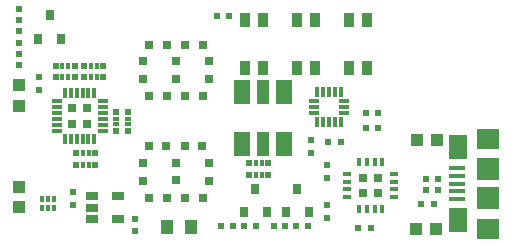
<source format=gbr>
G04 #@! TF.GenerationSoftware,KiCad,Pcbnew,(5.1.0-218-ge90452d)*
G04 #@! TF.CreationDate,2019-04-22T23:25:45-07:00*
G04 #@! TF.ProjectId,baconbits,6261636f-6e62-4697-9473-2e6b69636164,rev?*
G04 #@! TF.SameCoordinates,Original*
G04 #@! TF.FileFunction,Paste,Top*
G04 #@! TF.FilePolarity,Positive*
%FSLAX46Y46*%
G04 Gerber Fmt 4.6, Leading zero omitted, Abs format (unit mm)*
G04 Created by KiCad (PCBNEW (5.1.0-218-ge90452d)) date 2019-04-22 23:25:45*
%MOMM*%
%LPD*%
G04 APERTURE LIST*
%ADD10R,1.000000X1.250000*%
%ADD11R,0.599440X0.497840*%
%ADD12R,1.060000X0.650000*%
%ADD13R,1.400000X2.000000*%
%ADD14R,1.000000X2.000000*%
%ADD15R,0.899160X1.198880*%
%ADD16R,0.305000X0.813000*%
%ADD17R,0.813000X0.305000*%
%ADD18R,0.600000X0.500000*%
%ADD19R,0.500000X0.600000*%
%ADD20R,0.800000X0.350000*%
%ADD21R,0.350000X0.800000*%
%ADD22R,0.750000X0.750000*%
%ADD23R,0.797560X0.797560*%
%ADD24R,0.497840X0.599440*%
%ADD25R,0.998220X1.099820*%
%ADD26R,1.099820X0.998220*%
%ADD27R,0.497840X0.497840*%
%ADD28R,0.299720X0.497840*%
%ADD29R,0.497840X0.299720*%
%ADD30R,0.300000X0.850000*%
%ADD31R,0.850000X0.300000*%
%ADD32R,0.780000X0.780000*%
%ADD33R,1.899920X1.798320*%
%ADD34R,1.899920X1.899920*%
%ADD35R,1.597660X2.098040*%
%ADD36R,1.348740X0.398780*%
%ADD37R,0.299720X0.518160*%
%ADD38R,0.299720X0.487680*%
%ADD39R,0.800000X0.900000*%
G04 APERTURE END LIST*
D10*
X147374100Y-113957100D03*
X149374100Y-113957100D03*
D11*
X144640300Y-113306860D03*
X144640300Y-114302540D03*
D12*
X141025700Y-111406900D03*
X141025700Y-112356900D03*
X141025700Y-113306900D03*
X143225700Y-113306900D03*
X143225700Y-111406900D03*
D13*
X153686100Y-106987700D03*
D14*
X155486100Y-106987700D03*
D13*
X157286100Y-106987700D03*
X157286100Y-102587700D03*
D14*
X155486100Y-102587700D03*
D13*
X153686100Y-102587700D03*
D11*
X134805420Y-100324920D03*
X134805420Y-99329240D03*
D15*
X159839660Y-96499680D03*
X159839660Y-100497640D03*
X158341060Y-96499680D03*
X158341060Y-100497640D03*
X162786060Y-100497640D03*
X162786060Y-96499680D03*
X164284660Y-100497640D03*
X164284660Y-96499680D03*
D16*
X160053780Y-105120360D03*
X160553780Y-105120360D03*
X161053780Y-105120360D03*
X161553780Y-105120360D03*
X162053780Y-105120360D03*
D17*
X162328780Y-104345360D03*
X162328780Y-103845360D03*
X162328780Y-103345360D03*
D16*
X162053780Y-102570360D03*
X161553780Y-102570360D03*
X161053780Y-102570360D03*
X160553780Y-102570360D03*
X160053780Y-102570360D03*
D17*
X159778780Y-103345360D03*
X159778780Y-103845360D03*
X159778780Y-104345360D03*
D18*
X160968600Y-106832400D03*
X162068600Y-106832400D03*
X168810000Y-112014000D03*
X169910000Y-112014000D03*
D19*
X160909000Y-108755000D03*
X160909000Y-109855000D03*
D18*
X163534000Y-114046000D03*
X164634000Y-114046000D03*
D19*
X139382500Y-111044900D03*
X139382500Y-112144900D03*
X160909000Y-113249800D03*
X160909000Y-112149800D03*
X159550100Y-106625300D03*
X159550100Y-107725300D03*
D20*
X166602000Y-111465000D03*
X166602000Y-110815000D03*
X166602000Y-110165000D03*
X166602000Y-109515000D03*
D21*
X165577000Y-108490000D03*
X164927000Y-108490000D03*
X164277000Y-108490000D03*
X163627000Y-108490000D03*
D20*
X162602000Y-109515000D03*
X162602000Y-110165000D03*
X162602000Y-110815000D03*
X162602000Y-111465000D03*
D21*
X163627000Y-112490000D03*
X164277000Y-112490000D03*
X164927000Y-112490000D03*
X165577000Y-112490000D03*
D22*
X163977000Y-109865000D03*
X163977000Y-111115000D03*
X165227000Y-109865000D03*
X165227000Y-111115000D03*
D23*
X148856700Y-98552000D03*
X150355300Y-98552000D03*
D24*
X152590500Y-96154240D03*
X151594820Y-96154240D03*
X170284560Y-110871000D03*
X169288880Y-110871000D03*
X164195760Y-104317800D03*
X165191440Y-104317800D03*
X170291760Y-109933740D03*
X169296080Y-109933740D03*
D25*
X168442640Y-114173000D03*
X170139360Y-114173000D03*
D26*
X134815580Y-110644940D03*
X134815580Y-112341660D03*
X134785100Y-102016560D03*
X134785100Y-103713280D03*
D27*
X154305000Y-109578140D03*
D28*
X154856180Y-109578140D03*
X155354020Y-109578140D03*
D27*
X155905200Y-109578140D03*
X155905200Y-108582460D03*
D28*
X155354020Y-108582460D03*
X154856180Y-108582460D03*
D27*
X154305000Y-108582460D03*
X143062160Y-105870100D03*
D29*
X143062160Y-105318920D03*
X143062160Y-104821080D03*
D27*
X143062160Y-104269900D03*
X144057840Y-104269900D03*
D29*
X144057840Y-104821080D03*
X144057840Y-105318920D03*
D27*
X144057840Y-105870100D03*
X139659900Y-108727840D03*
D28*
X140211080Y-108727840D03*
X140708920Y-108727840D03*
D27*
X141260100Y-108727840D03*
X141260100Y-107732160D03*
D28*
X140708920Y-107732160D03*
X140211080Y-107732160D03*
D27*
X139659900Y-107732160D03*
X139530100Y-101337840D03*
D28*
X138978920Y-101337840D03*
X138481080Y-101337840D03*
D27*
X137929900Y-101337840D03*
X137929900Y-100342160D03*
D28*
X138481080Y-100342160D03*
X138978920Y-100342160D03*
D27*
X139530100Y-100342160D03*
X141940100Y-100342160D03*
D28*
X141388920Y-100342160D03*
X140891080Y-100342160D03*
D27*
X140339900Y-100342160D03*
X140339900Y-101337840D03*
D28*
X140891080Y-101337840D03*
X141388920Y-101337840D03*
D27*
X141940100Y-101337840D03*
D19*
X136502140Y-102358280D03*
X136502140Y-101258280D03*
D30*
X141190000Y-102640000D03*
X140690000Y-102640000D03*
X140190000Y-102640000D03*
X139690000Y-102640000D03*
X139190000Y-102640000D03*
X138690000Y-102640000D03*
D31*
X137990000Y-103340000D03*
X137990000Y-103840000D03*
X137990000Y-104340000D03*
X137990000Y-104840000D03*
X137990000Y-105340000D03*
X137990000Y-105840000D03*
D30*
X138690000Y-106540000D03*
X139190000Y-106540000D03*
X139690000Y-106540000D03*
X140190000Y-106540000D03*
X140690000Y-106540000D03*
X141190000Y-106540000D03*
D31*
X141890000Y-105840000D03*
X141890000Y-105340000D03*
X141890000Y-104840000D03*
X141890000Y-104340000D03*
X141890000Y-103840000D03*
X141890000Y-103340000D03*
D32*
X139290000Y-105240000D03*
X140590000Y-105240000D03*
X139290000Y-103940000D03*
X140590000Y-103940000D03*
D23*
X150876000Y-108570700D03*
X150876000Y-110069300D03*
X148856700Y-111506000D03*
X150355300Y-111506000D03*
X148082000Y-108560700D03*
X148082000Y-110059300D03*
X145796000Y-107130000D03*
X147294600Y-107130000D03*
X150342600Y-107150000D03*
X148844000Y-107150000D03*
X145808700Y-102870000D03*
X147307300Y-102870000D03*
X150355300Y-102870000D03*
X148856700Y-102870000D03*
X145288000Y-101460300D03*
X145288000Y-99961700D03*
X148082000Y-99970700D03*
X148082000Y-101469300D03*
X150870920Y-101452680D03*
X150870920Y-99954080D03*
X147307300Y-98552000D03*
X145808700Y-98552000D03*
X145288000Y-110070900D03*
X145288000Y-108572300D03*
X147307300Y-111506000D03*
X145808700Y-111506000D03*
D24*
X165191440Y-105638600D03*
X164195760Y-105638600D03*
D11*
X134807960Y-98412300D03*
X134807960Y-97416620D03*
D24*
X152940320Y-113949480D03*
X151944640Y-113949480D03*
D11*
X134807960Y-96507300D03*
X134807960Y-95511620D03*
D24*
X159280860Y-113929160D03*
X158285180Y-113929160D03*
X153884640Y-113929480D03*
X154880320Y-113929480D03*
X157366020Y-113929160D03*
X156370340Y-113929160D03*
D25*
X168478200Y-106621580D03*
X170174920Y-106621580D03*
D33*
X174540000Y-114128720D03*
D34*
X174540000Y-111527760D03*
X174540000Y-109130000D03*
D33*
X174540000Y-106529040D03*
D35*
X171992380Y-107230080D03*
X171992380Y-113427680D03*
D36*
X171865380Y-110328880D03*
X171865380Y-110976580D03*
X171865380Y-109030940D03*
X171865380Y-109681180D03*
X171865380Y-111626820D03*
D15*
X153987500Y-100497640D03*
X153987500Y-96499680D03*
X155486100Y-100497640D03*
X155486100Y-96499680D03*
D37*
X136789160Y-112392460D03*
D38*
X137287000Y-112387380D03*
X137784840Y-112387380D03*
X137784840Y-111640620D03*
X137287000Y-111640620D03*
X136789160Y-111640620D03*
D39*
X136458920Y-98055940D03*
X138358920Y-98055940D03*
X137408920Y-96055940D03*
X154833020Y-110747740D03*
X155783020Y-112747740D03*
X153883020Y-112747740D03*
X157424080Y-112760000D03*
X159324080Y-112760000D03*
X158374080Y-110760000D03*
M02*

</source>
